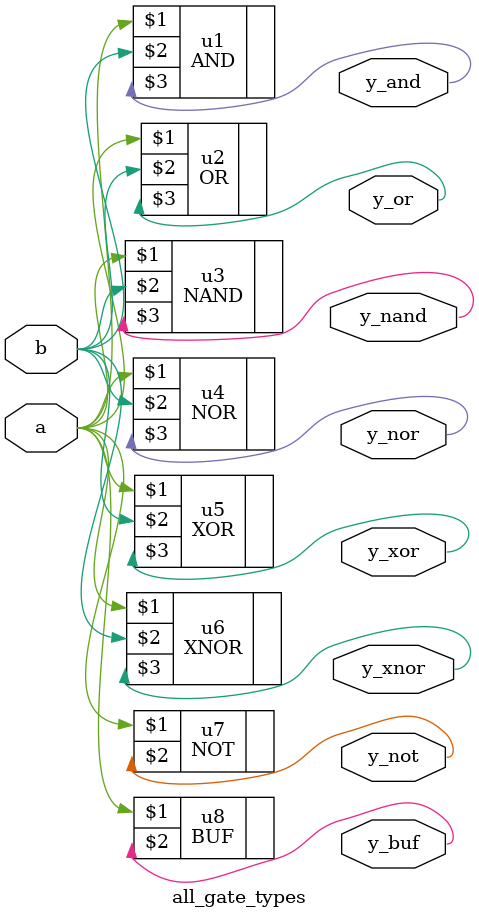
<source format=sv>
module all_gate_types(a, b, y_and, y_or, y_nand, y_nor, y_xor, y_xnor, y_not, y_buf);
  input logic a, b;
  output logic y_and, y_or, y_nand, y_nor, y_xor, y_xnor, y_not, y_buf;

  AND u1(a, b, y_and);
  OR u2(a, b, y_or);
  NAND u3(a, b, y_nand);
  NOR u4(a, b, y_nor);
  XOR u5(a, b, y_xor);
  XNOR u6(a, b, y_xnor);
  NOT u7(a, y_not);
  BUF u8(a, y_buf);
endmodule

</source>
